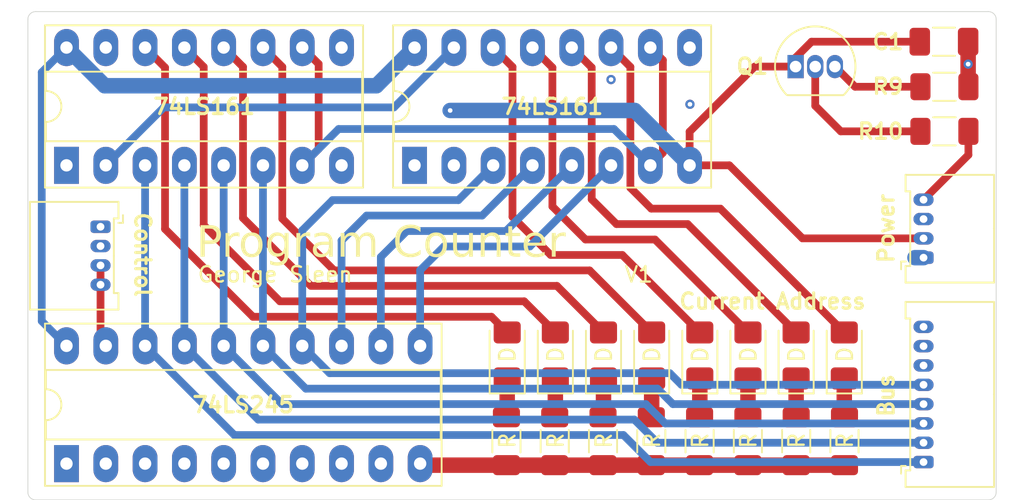
<source format=kicad_pcb>
(kicad_pcb (version 20240108) (generator "pcbnew") (generator_version "8.0")
  (layers (0 "F.Cu" signal) (1 "In1.Cu" signal) (2 "In2.Cu" signal) (31 "B.Cu" signal) (34 "B.Paste" user) (35 "F.Paste" user) (36 "B.SilkS" user "B.Silkscreen") (37 "F.SilkS" user "F.Silkscreen") (38 "B.Mask" user) (39 "F.Mask" user) (44 "Edge.Cuts" user))
  (net 0 "")
  (net 1 "Net-(D1-K)")
  (net 2 "GNDREF")
  (net 3 "Net-(D2-K)")
  (net 4 "Net-(D3-K)")
  (net 5 "Net-(D4-K)")
  (net 6 "Net-(D5-K)")
  (net 7 "Net-(D6-K)")
  (net 8 "Net-(D7-K)")
  (net 9 "Net-(D8-K)")
  (net 10 "Net-(Q1-C)")
  (net 11 "VCC")
  (net 12 "Net-(Q1-B)")
  (net 13 "/CLR")
  (net 14 "/BUS 1")
  (net 15 "/~{CO}")
  (net 16 "Net-(D8-A)")
  (net 17 "Net-(D1-A)")
  (net 18 "/BUS 5")
  (net 19 "/BUS 0")
  (net 20 "/BUS 4")
  (net 21 "Net-(D2-A)")
  (net 22 "/BUS 7")
  (net 23 "/BUS 2")
  (net 24 "Net-(D5-A)")
  (net 25 "Net-(D4-A)")
  (net 26 "Net-(D6-A)")
  (net 27 "/BUS 6")
  (net 28 "Net-(D3-A)")
  (net 29 "/BUS 3")
  (net 30 "Net-(D7-A)")
  (net 31 "Net-(U1-CP)")
  (net 32 "/CE")
  (net 34 "/~{J}")
  (net 35 "/CLK")
  (footprint "Resistor_SMD:R_1206_3216Metric_Pad1.30x1.75mm_HandSolder" (layer "F.Cu") (at 138.88082 88.8 -90)
    (property "Reference" "R3" (hide yes))
    (property "Value" "220")
    (fp_line (start -0.727064 0.91) (end 0.727064 0.91) (stroke (width 0.12)) (layer "F.SilkS"))
    (fp_line (start -0.727064 -0.91) (end 0.727064 -0.91) (stroke (width 0.12)) (layer "F.SilkS"))
    (pad "1" smd roundrect (at -1.55 0 270) (size 1.3 1.75) (layers "F.Cu" "F.Paste" "F.Mask") (roundrect_rratio 0.192308) (net 4 "Net-(D3-K)"))
    (pad "2" smd roundrect (at 1.55 0 270) (size 1.3 1.75) (layers "F.Cu" "F.Paste" "F.Mask") (roundrect_rratio 0.192308) (net 2 "GNDREF"))
  )
  (footprint "Connector_Molex:Molex_PicoBlade_53048-0410_1x04_P1.25mm_Horizontal" (layer "F.Cu") (at 159.6 76.925 90)
    (property "Reference" "J2" (hide yes))
    (property "Value" "Power")
    (fp_line (start -0.25 -1.45) (end -0.75 -1.45) (stroke (width 0.12)) (layer "F.SilkS"))
    (fp_line (start 5.36 -1.16) (end 5.36 4.56) (stroke (width 0.12)) (layer "F.SilkS"))
    (fp_line (start 4.29 -1.16) (end 5.36 -1.16) (stroke (width 0.12)) (layer "F.SilkS"))
    (fp_line (start -0.54 -1.16) (end -1.61 -1.16) (stroke (width 0.12)) (layer "F.SilkS"))
    (fp_line (start -1.61 -1.16) (end -1.61 4.56) (stroke (width 0.12)) (layer "F.SilkS"))
    (fp_line (start -0.25 -1.15) (end -0.25 -1.45) (stroke (width 0.12)) (layer "F.SilkS"))
    (fp_line (start 4.29 -0.86) (end 4.29 -1.16) (stroke (width 0.12)) (layer "F.SilkS"))
    (fp_line (start 1.875 -0.86) (end 4.29 -0.86) (stroke (width 0.12)) (layer "F.SilkS"))
    (fp_line (start 1.875 -0.86) (end -0.54 -0.86) (stroke (width 0.12)) (layer "F.SilkS"))
    (fp_line (start -0.54 -0.86) (end -0.54 -1.16) (stroke (width 0.12)) (layer "F.SilkS"))
    (fp_line (start 5.36 4.56) (end 1.875 4.56) (stroke (width 0.12)) (layer "F.SilkS"))
    (fp_line (start -1.61 4.56) (end 1.875 4.56) (stroke (width 0.12)) (layer "F.SilkS"))
    (pad "1" thru_hole roundrect (at 0 0 90) (size 0.8 1.3) (drill 0.5) (layers "*.Cu" "*.Mask") (net 11 "VCC"))
    (pad "2" thru_hole oval (at 1.25 0 90) (size 0.8 1.3) (drill 0.5) (layers "*.Cu" "*.Mask") (net 2 "GNDREF"))
    (pad "3" thru_hole oval (at 2.5 0 90) (size 0.8 1.3) (drill 0.5) (layers "*.Cu" "*.Mask") (net 35 "/CLK"))
    (pad "4" thru_hole oval (at 3.75 0 90) (size 0.8 1.3) (drill 0.5) (layers "*.Cu" "*.Mask") (net 13 "/CLR"))
  )
  (footprint "LED_SMD:LED_1206_3216Metric_Pad1.42x1.75mm_HandSolder" (layer "F.Cu") (at 151.36429 83.25 90)
    (property "Reference" "D7" (hide yes))
    (property "Value" "~")
    (fp_line (start 1.6 -1.135) (end -2.46 -1.135) (stroke (width 0.12)) (layer "F.SilkS"))
    (fp_line (start -2.46 -1.135) (end -2.46 1.135) (stroke (width 0.12)) (layer "F.SilkS"))
    (fp_line (start -2.46 1.135) (end 1.6 1.135) (stroke (width 0.12)) (layer "F.SilkS"))
    (pad "1" smd roundrect (at -1.4875 0 90) (size 1.425 1.75) (layers "F.Cu" "F.Paste" "F.Mask") (roundrect_rratio 0.175439) (net 8 "Net-(D7-K)"))
    (pad "2" smd roundrect (at 1.4875 0 90) (size 1.425 1.75) (layers "F.Cu" "F.Paste" "F.Mask") (roundrect_rratio 0.175439) (net 30 "Net-(D7-A)"))
  )
  (footprint "LED_SMD:LED_1206_3216Metric_Pad1.42x1.75mm_HandSolder" (layer "F.Cu") (at 142.025719 83.25 90)
    (property "Reference" "D4" (hide yes))
    (property "Value" "~")
    (fp_line (start 1.6 -1.135) (end -2.46 -1.135) (stroke (width 0.12)) (layer "F.SilkS"))
    (fp_line (start -2.46 -1.135) (end -2.46 1.135) (stroke (width 0.12)) (layer "F.SilkS"))
    (fp_line (start -2.46 1.135) (end 1.6 1.135) (stroke (width 0.12)) (layer "F.SilkS"))
    (pad "1" smd roundrect (at -1.4875 0 90) (size 1.425 1.75) (layers "F.Cu" "F.Paste" "F.Mask") (roundrect_rratio 0.175439) (net 5 "Net-(D4-K)"))
    (pad "2" smd roundrect (at 1.4875 0 90) (size 1.425 1.75) (layers "F.Cu" "F.Paste" "F.Mask") (roundrect_rratio 0.175439) (net 25 "Net-(D4-A)"))
  )
  (footprint "LED_SMD:LED_1206_3216Metric_Pad1.42x1.75mm_HandSolder" (layer "F.Cu") (at 132.687148 83.25 90)
    (property "Reference" "D1" (hide yes))
    (property "Value" "~")
    (fp_line (start 1.6 -1.135) (end -2.46 -1.135) (stroke (width 0.12)) (layer "F.SilkS"))
    (fp_line (start -2.46 -1.135) (end -2.46 1.135) (stroke (width 0.12)) (layer "F.SilkS"))
    (fp_line (start -2.46 1.135) (end 1.6 1.135) (stroke (width 0.12)) (layer "F.SilkS"))
    (pad "1" smd roundrect (at -1.4875 0 90) (size 1.425 1.75) (layers "F.Cu" "F.Paste" "F.Mask") (roundrect_rratio 0.175439) (net 1 "Net-(D1-K)"))
    (pad "2" smd roundrect (at 1.4875 0 90) (size 1.425 1.75) (layers "F.Cu" "F.Paste" "F.Mask") (roundrect_rratio 0.175439) (net 17 "Net-(D1-A)"))
  )
  (footprint "Resistor_SMD:R_1206_3216Metric_Pad1.30x1.75mm_HandSolder" (layer "F.Cu") (at 132.637148 88.8 -90)
    (property "Reference" "R1" (hide yes))
    (property "Value" "220")
    (fp_line (start -0.727064 0.91) (end 0.727064 0.91) (stroke (width 0.12)) (layer "F.SilkS"))
    (fp_line (start -0.727064 -0.91) (end 0.727064 -0.91) (stroke (width 0.12)) (layer "F.SilkS"))
    (pad "1" smd roundrect (at -1.55 0 270) (size 1.3 1.75) (layers "F.Cu" "F.Paste" "F.Mask") (roundrect_rratio 0.192308) (net 1 "Net-(D1-K)"))
    (pad "2" smd roundrect (at 1.55 0 270) (size 1.3 1.75) (layers "F.Cu" "F.Paste" "F.Mask") (roundrect_rratio 0.192308) (net 2 "GNDREF"))
  )
  (footprint "Capacitor_SMD:C_1206_3216Metric_Pad1.33x1.80mm_HandSolder" (layer "F.Cu") (at 160.92 62.95 180)
    (property "Reference" "C1" (at 3.62 -0.01 0) (layer "F.SilkS") (effects (font (thickness 0.2) (bold yes))))
    (property "Value" "0.1uF")
    (fp_line (start -0.711252 0.91) (end 0.711252 0.91) (stroke (width 0.12)) (layer "F.SilkS"))
    (fp_line (start -0.711252 -0.91) (end 0.711252 -0.91) (stroke (width 0.12)) (layer "F.SilkS"))
    (pad "1" smd roundrect (at -1.5625 0 180) (size 1.325 1.8) (layers "F.Cu" "F.Paste" "F.Mask") (roundrect_rratio 0.188679) (net 11 "VCC"))
    (pad "2" smd roundrect (at 1.5625 0 180) (size 1.325 1.8) (layers "F.Cu" "F.Paste" "F.Mask") (roundrect_rratio 0.188679) (net 2 "GNDREF"))
  )
  (footprint "Resistor_SMD:R_1206_3216Metric_Pad1.30x1.75mm_HandSolder" (layer "F.Cu") (at 154.49 88.8 -90)
    (property "Reference" "R8" (hide yes))
    (property "Value" "220")
    (fp_line (start -0.727064 0.91) (end 0.727064 0.91) (stroke (width 0.12)) (layer "F.SilkS"))
    (fp_line (start -0.727064 -0.91) (end 0.727064 -0.91) (stroke (width 0.12)) (layer "F.SilkS"))
    (pad "1" smd roundrect (at -1.55 0 270) (size 1.3 1.75) (layers "F.Cu" "F.Paste" "F.Mask") (roundrect_rratio 0.192308) (net 9 "Net-(D8-K)"))
    (pad "2" smd roundrect (at 1.55 0 270) (size 1.3 1.75) (layers "F.Cu" "F.Paste" "F.Mask") (roundrect_rratio 0.192308) (net 2 "GNDREF"))
  )
  (footprint "Connector_Molex:Molex_PicoBlade_53048-0410_1x04_P1.25mm_Horizontal" (layer "F.Cu") (at 106.4 74.925 -90)
    (property "Reference" "J3" (hide yes))
    (property "Value" "Control")
    (fp_line (start -1.61 4.56) (end 1.875 4.56) (stroke (width 0.12)) (layer "F.SilkS"))
    (fp_line (start 5.36 4.56) (end 1.875 4.56) (stroke (width 0.12)) (layer "F.SilkS"))
    (fp_line (start -0.54 -0.86) (end -0.54 -1.16) (stroke (width 0.12)) (layer "F.SilkS"))
    (fp_line (start 1.875 -0.86) (end -0.54 -0.86) (stroke (width 0.12)) (layer "F.SilkS"))
    (fp_line (start 1.875 -0.86) (end 4.29 -0.86) (stroke (width 0.12)) (layer "F.SilkS"))
    (fp_line (start 4.29 -0.86) (end 4.29 -1.16) (stroke (width 0.12)) (layer "F.SilkS"))
    (fp_line (start -0.25 -1.15) (end -0.25 -1.45) (stroke (width 0.12)) (layer "F.SilkS"))
    (fp_line (start -1.61 -1.16) (end -1.61 4.56) (stroke (width 0.12)) (layer "F.SilkS"))
    (fp_line (start -0.54 -1.16) (end -1.61 -1.16) (stroke (width 0.12)) (layer "F.SilkS"))
    (fp_line (start 4.29 -1.16) (end 5.36 -1.16) (stroke (width 0.12)) (layer "F.SilkS"))
    (fp_line (start 5.36 -1.16) (end 5.36 4.56) (stroke (width 0.12)) (layer "F.SilkS"))
    (fp_line (start -0.25 -1.45) (end -0.75 -1.45) (stroke (width 0.12)) (layer "F.SilkS"))
    (pad "1" thru_hole roundrect (at 0 0 270) (size 0.8 1.3) (drill 0.5) (layers "*.Cu" "*.Mask") (net 34 "/~{J}"))
    (pad "2" thru_hole oval (at 1.25 0 270) (size 0.8 1.3) (drill 0.5) (layers "*.Cu" "*.Mask") (net 32 "/CE"))
    (pad "3" thru_hole oval (at 2.5 0 270) (size 0.8 1.3) (drill 0.5) (layers "*.Cu" "*.Mask") (net 15 "/~{CO}"))
    (pad "4" thru_hole oval (at 3.75 0 270) (size 0.8 1.3) (drill 0.5) (layers "*.Cu" "*.Mask") (net 15 "/~{CO}"))
  )
  (footprint "Package_DIP:DIP-16_W7.62mm_Socket_LongPads" (layer "F.Cu") (at 126.7 70.95 90)
    (property "Reference" "U2" (hide yes))
    (property "Value" "74LS161")
    (fp_line (start 9.06 -1.39) (end -1.44 -1.39) (stroke (width 0.12)) (layer "F.SilkS"))
    (fp_line (start -1.44 -1.39) (end -1.44 19.17) (stroke (width 0.12)) (layer "F.SilkS"))
    (fp_line (start 6.06 -1.33) (end 4.81 -1.33) (stroke (width 0.12)) (layer "F.SilkS"))
    (fp_line (start 2.81 -1.33) (end 1.56 -1.33) (stroke (width 0.12)) (layer "F.SilkS"))
    (fp_line (start 1.56 -1.33) (end 1.56 19.11) (stroke (width 0.12)) (layer "F.SilkS"))
    (fp_line (start 6.06 19.11) (end 6.06 -1.33) (stroke (width 0.12)) (layer "F.SilkS"))
    (fp_line (start 1.56 19.11) (end 6.06 19.11) (stroke (width 0.12)) (layer "F.SilkS"))
    (fp_line (start 9.06 19.17) (end 9.06 -1.39) (stroke (width 0.12)) (layer "F.SilkS"))
    (fp_line (start -1.44 19.17) (end 9.06 19.17) (stroke (width 0.12)) (layer "F.SilkS"))
    (fp_arc (start 4.81 -1.33) (mid 3.81 -0.33) (end 2.81 -1.33) (stroke (width 0.12)) (layer "F.SilkS"))
    (pad "1" thru_hole rect (at 0 0 90) (size 2.4 1.6) (drill 0.8) (layers "*.Cu" "*.Mask") (net 10 "Net-(Q1-C)"))
    (pad "2" thru_hole oval (at 0 2.54 90) (size 2.4 1.6) (drill 0.8) (layers "*.Cu" "*.Mask") (net 35 "/CLK"))
    (pad "3" thru_hole oval (at 0 5.08 90) (size 2.4 1.6) (drill 0.8) (layers "*.Cu" "*.Mask") (net 29 "/BUS 3"))
    (pad "4" thru_hole oval (at 0 7.62 90) (size 2.4 1.6) (drill 0.8) (layers "*.Cu" "*.Mask") (net 23 "/BUS 2"))
    (pad "5" thru_hole oval (at 0 10.16 90) (size 2.4 1.6) (drill 0.8) (layers "*.Cu" "*.Mask") (net 14 "/BUS 1"))
    (pad "6" thru_hole oval (at 0 12.7 90) (size 2.4 1.6) (drill 0.8) (layers "*.Cu" "*.Mask") (net 19 "/BUS 0"))
    (pad "7" thru_hole oval (at 0 15.24 90) (size 2.4 1.6) (drill 0.8) (layers "*.Cu" "*.Mask") (net 32 "/CE"))
    (pad "8" thru_hole oval (at 0 17.78 90) (size 2.4 1.6) (drill 0.8) (layers "*.Cu" "*.Mask") (net 2 "GNDREF"))
    (pad "9" thru_hole oval (at 7.62 17.78 90) (size 2.4 1.6) (drill 0.8) (layers "*.Cu" "*.Mask") (net 34 "/~{J}"))
    (pad "10" thru_hole oval (at 7.62 15.24 90) (size 2.4 1.6) (drill 0.8) (layers "*.Cu" "*.Mask") (net 32 "/CE"))
    (pad "11" thru_hole oval (at 7.62 12.7 90) (size 2.4 1.6) (drill 0.8) (layers "*.Cu" "*.Mask") (net 16 "Net-(D8-A)"))
    (pad "12" thru_hole oval (at 7.62 10.16 90) (size 2.4 1.6) (drill 0.8) (layers "*.Cu" "*.Mask") (net 30 "Net-(D7-A)"))
    (pad "13" thru_hole oval (at 7.62 7.62 90) (size 2.4 1.6) (drill 0.8) (layers "*.Cu" "*.Mask") (net 26 "Net-(D6-A)"))
    (pad "14" thru_hole oval (at 7.62 5.08 90) (size 2.4 1.6) (drill 0.8) (layers "*.Cu" "*.Mask") (net 24 "Net-(D5-A)"))
    (pad "15" thru_hole oval (at 7.62 2.54 90) (size 2.4 1.6) (drill 0.8) (layers "*.Cu" "*.Mask") (net 31 "Net-(U1-CP)"))
    (pad "16" thru_hole oval (at 7.62 0 90) (size 2.4 1.6) (drill 0.8) (layers "*.Cu" "*.Mask") (net 11 "VCC"))
  )
  (footprint "Resistor_SMD:R_1206_3216Metric_Pad1.30x1.75mm_HandSolder" (layer "F.Cu") (at 160.95 65.865 180)
    (property "Reference" "R9" (at 3.65 0.015 0) (layer "F.SilkS") (effects (font (thickness 0.2) (bold yes))))
    (property "Value" "1k")
    (fp_line (start -0.727064 0.91) (end 0.727064 0.91) (stroke (width 0.12)) (layer "F.SilkS"))
    (fp_line (start -0.727064 -0.91) (end 0.727064 -0.91) (stroke (width 0.12)) (layer "F.SilkS"))
    (pad "1" smd roundrect (at -1.55 0 180) (size 1.3 1.75) (layers "F.Cu" "F.Paste" "F.Mask") (roundrect_rratio 0.192308) (net 11 "VCC"))
    (pad "2" smd roundrect (at 1.55 0 180) (size 1.3 1.75) (layers "F.Cu" "F.Paste" "F.Mask") (roundrect_rratio 0.192308) (net 10 "Net-(Q1-C)"))
  )
  (footprint "LED_SMD:LED_1206_3216Metric_Pad1.42x1.75mm_HandSolder" (layer "F.Cu") (at 135.800005 83.25 90)
    (property "Reference" "D2" (hide yes))
    (property "Value" "~")
    (fp_line (start 1.6 -1.135) (end -2.46 -1.135) (stroke (width 0.12)) (layer "F.SilkS"))
    (fp_line (start -2.46 -1.135) (end -2.46 1.135) (stroke (width 0.12)) (layer "F.SilkS"))
    (fp_line (start -2.46 1.135) (end 1.6 1.135) (stroke (width 0.12)) (layer "F.SilkS"))
    (pad "1" smd roundrect (at -1.4875 0 90) (size 1.425 1.75) (layers "F.Cu" "F.Paste" "F.Mask") (roundrect_rratio 0.175439) (net 3 "Net-(D2-K)"))
    (pad "2" smd roundrect (at 1.4875 0 90) (size 1.425 1.75) (layers "F.Cu" "F.Paste" "F.Mask") (roundrect_rratio 0.175439) (net 21 "Net-(D2-A)"))
  )
  (footprint "Resistor_SMD:R_1206_3216Metric_Pad1.30x1.75mm_HandSolder" (layer "F.Cu") (at 142.002656 88.8 -90)
    (property "Reference" "R4" (hide yes))
    (property "Value" "220")
    (fp_line (start -0.727064 0.91) (end 0.727064 0.91) (stroke (width 0.12)) (layer "F.SilkS"))
    (fp_line (start -0.727064 -0.91) (end 0.727064 -0.91) (stroke (width 0.12)) (layer "F.SilkS"))
    (pad "1" smd roundrect (at -1.55 0 270) (size 1.3 1.75) (layers "F.Cu" "F.Paste" "F.Mask") (roundrect_rratio 0.192308) (net 5 "Net-(D4-K)"))
    (pad "2" smd roundrect (at 1.55 0 270) (size 1.3 1.75) (layers "F.Cu" "F.Paste" "F.Mask") (roundrect_rratio 0.192308) (net 2 "GNDREF"))
  )
  (footprint "LED_SMD:LED_1206_3216Metric_Pad1.42x1.75mm_HandSolder" (layer "F.Cu") (at 148.251433 83.25 90)
    (property "Reference" "D6" (hide yes))
    (property "Value" "~")
    (fp_line (start 1.6 -1.135) (end -2.46 -1.135) (stroke (width 0.12)) (layer "F.SilkS"))
    (fp_line (start -2.46 -1.135) (end -2.46 1.135) (stroke (width 0.12)) (layer "F.SilkS"))
    (fp_line (start -2.46 1.135) (end 1.6 1.135) (stroke (width 0.12)) (layer "F.SilkS"))
    (pad "1" smd roundrect (at -1.4875 0 90) (size 1.425 1.75) (layers "F.Cu" "F.Paste" "F.Mask") (roundrect_rratio 0.175439) (net 7 "Net-(D6-K)"))
    (pad "2" smd roundrect (at 1.4875 0 90) (size 1.425 1.75) (layers "F.Cu" "F.Paste" "F.Mask") (roundrect_rratio 0.175439) (net 26 "Net-(D6-A)"))
  )
  (footprint "LED_SMD:LED_1206_3216Metric_Pad1.42x1.75mm_HandSolder" (layer "F.Cu") (at 154.477148 83.25 90)
    (property "Reference" "D8" (hide yes))
    (property "Value" "~")
    (fp_line (start 1.6 -1.135) (end -2.46 -1.135) (stroke (width 0.12)) (layer "F.SilkS"))
    (fp_line (start -2.46 -1.135) (end -2.46 1.135) (stroke (width 0.12)) (layer "F.SilkS"))
    (fp_line (start -2.46 1.135) (end 1.6 1.135) (stroke (width 0.12)) (layer "F.SilkS"))
    (pad "1" smd roundrect (at -1.4875 0 90) (size 1.425 1.75) (layers "F.Cu" "F.Paste" "F.Mask") (roundrect_rratio 0.175439) (net 9 "Net-(D8-K)"))
    (pad "2" smd roundrect (at 1.4875 0 90) (size 1.425 1.75) (layers "F.Cu" "F.Paste" "F.Mask") (roundrect_rratio 0.175439) (net 16 "Net-(D8-A)"))
  )
  (footprint "Resistor_SMD:R_1206_3216Metric_Pad1.30x1.75mm_HandSolder" (layer "F.Cu") (at 148.246328 88.8 -90)
    (property "Reference" "R6" (hide yes))
    (property "Value" "220")
    (fp_line (start -0.727064 0.91) (end 0.727064 0.91) (stroke (width 0.12)) (layer "F.SilkS"))
    (fp_line (start -0.727064 -0.91) (end 0.727064 -0.91) (stroke (width 0.12)) (layer "F.SilkS"))
    (pad "1" smd roundrect (at -1.55 0 270) (size 1.3 1.75) (layers "F.Cu" "F.Paste" "F.Mask") (roundrect_rratio 0.192308) (net 7 "Net-(D6-K)"))
    (pad "2" smd roundrect (at 1.55 0 270) (size 1.3 1.75) (layers "F.Cu" "F.Paste" "F.Mask") (roundrect_rratio 0.192308) (net 2 "GNDREF"))
  )
  (footprint "Resistor_SMD:R_1206_3216Metric_Pad1.30x1.75mm_HandSolder" (layer "F.Cu") (at 145.124492 88.8 -90)
    (property "Reference" "R5" (hide yes))
    (property "Value" "220")
    (fp_line (start -0.727064 0.91) (end 0.727064 0.91) (stroke (width 0.12)) (layer "F.SilkS"))
    (fp_line (start -0.727064 -0.91) (end 0.727064 -0.91) (stroke (width 0.12)) (layer "F.SilkS"))
    (pad "1" smd roundrect (at -1.55 0 270) (size 1.3 1.75) (layers "F.Cu" "F.Paste" "F.Mask") (roundrect_rratio 0.192308) (net 6 "Net-(D5-K)"))
    (pad "2" smd roundrect (at 1.55 0 270) (size 1.3 1.75) (layers "F.Cu" "F.Paste" "F.Mask") (roundrect_rratio 0.192308) (net 2 "GNDREF"))
  )
  (footprint "Package_TO_SOT_THT:TO-92_Inline" (layer "F.Cu") (at 151.33 64.56)
    (property "Reference" "Q1" (hide yes))
    (property "Value" "2N3904")
    (fp_line (start -0.53 1.85) (end 3.07 1.85) (stroke (width 0.12)) (layer "F.SilkS"))
    (fp_arc (start -0.568478 1.838478) (mid -1.132087 -0.994977) (end 1.27 -2.6) (stroke (width 0.12)) (layer "F.SilkS"))
    (fp_arc (start 1.27 -2.6) (mid 3.672087 -0.994977) (end 3.108478 1.838478) (stroke (width 0.12)) (layer "F.SilkS"))
    (pad "1" thru_hole rect (at 0 0) (size 1.05 1.5) (drill 0.75) (layers "*.Cu" "*.Mask") (net 2 "GNDREF"))
    (pad "2" thru_hole oval (at 1.27 0) (size 1.05 1.5) (drill 0.75) (layers "*.Cu" "*.Mask") (net 12 "Net-(Q1-B)"))
    (pad "3" thru_hole oval (at 2.54 0) (size 1.05 1.5) (drill 0.75) (layers "*.Cu" "*.Mask") (net 10 "Net-(Q1-C)"))
  )
  (footprint "LED_SMD:LED_1206_3216Metric_Pad1.42x1.75mm_HandSolder" (layer "F.Cu") (at 145.138576 83.25 90)
    (property "Reference" "D5" (hide yes))
    (property "Value" "~")
    (fp_line (start 1.6 -1.135) (end -2.46 -1.135) (stroke (width 0.12)) (layer "F.SilkS"))
    (fp_line (start -2.46 -1.135) (end -2.46 1.135) (stroke (width 0.12)) (layer "F.SilkS"))
    (fp_line (start -2.46 1.135) (end 1.6 1.135) (stroke (width 0.12)) (layer "F.SilkS"))
    (pad "1" smd roundrect (at -1.4875 0 90) (size 1.425 1.75) (layers "F.Cu" "F.Paste" "F.Mask") (roundrect_rratio 0.175439) (net 6 "Net-(D5-K)"))
    (pad "2" smd roundrect (at 1.4875 0 90) (size 1.425 1.75) (layers "F.Cu" "F.Paste" "F.Mask") (roundrect_rratio 0.175439) (net 24 "Net-(D5-A)"))
  )
  (footprint "Package_DIP:DIP-16_W7.62mm_Socket_LongPads" (layer "F.Cu") (at 104.2 70.95 90)
    (property "Reference" "U1" (hide yes))
    (property "Value" "74LS161")
    (fp_line (start 9.06 -1.39) (end -1.44 -1.39) (stroke (width 0.12)) (layer "F.SilkS"))
    (fp_line (start -1.44 -1.39) (end -1.44 19.17) (stroke (width 0.12)) (layer "F.SilkS"))
    (fp_line (start 6.06 -1.33) (end 4.81 -1.33) (stroke (width 0.12)) (layer "F.SilkS"))
    (fp_line (start 2.81 -1.33) (end 1.56 -1.33) (stroke (width 0.12)) (layer "F.SilkS"))
    (fp_line (start 1.56 -1.33) (end 1.56 19.11) (stroke (width 0.12)) (layer "F.SilkS"))
    (fp_line (start 6.06 19.11) (end 6.06 -1.33) (stroke (width 0.12)) (layer "F.SilkS"))
    (fp_line (start 1.56 19.11) (end 6.06 19.11) (stroke (width 0.12)) (layer "F.SilkS"))
    (fp_line (start 9.06 19.17) (end 9.06 -1.39) (stroke (width 0.12)) (layer "F.SilkS"))
    (fp_line (start -1.44 19.17) (end 9.06 19.17) (stroke (width 0.12)) (layer "F.SilkS"))
    (fp_arc (start 4.81 -1.33) (mid 3.81 -0.33) (end 2.81 -1.33) (stroke (width 0.12)) (layer "F.SilkS"))
    (pad "1" thru_hole rect (at 0 0 90) (size 2.4 1.6) (drill 0.8) (layers "*.Cu" "*.Mask") (net 10 "Net-(Q1-C)"))
    (pad "2" thru_hole oval (at 0 2.54 90) (size 2.4 1.6) (drill 0.8) (layers "*.Cu" "*.Mask") (net 31 "Net-(U1-CP)"))
    (pad "3" thru_hole oval (at 0 5.08 90) (size 2.4 1.6) (drill 0.8) (layers "*.Cu" "*.Mask") (net 22 "/BUS 7"))
    (pad "4" thru_hole oval (at 0 7.62 90) (size 2.4 1.6) (drill 0.8) (layers "*.Cu" "*.Mask") (net 27 "/BUS 6"))
    (pad "5" thru_hole oval (at 0 10.16 90) (size 2.4 1.6) (drill 0.8) (layers "*.Cu" "*.Mask") (net 18 "/BUS 5"))
    (pad "6" thru_hole oval (at 0 12.7 90) (size 2.4 1.6) (drill 0.8) (layers "*.Cu" "*.Mask") (net 20 "/BUS 4"))
    (pad "7" thru_hole oval (at 0 15.24 90) (size 2.4 1.6) (drill 0.8) (layers "*.Cu" "*.Mask") (net 32 "/CE"))
    (pad "8" thru_hole oval (at 0 17.78 90) (size 2.4 1.6) (drill 0.8) (layers "*.Cu" "*.Mask") (net 2 "GNDREF"))
    (pad "9" thru_hole oval (at 7.62 17.78 90) (size 2.4 1.6) (drill 0.8) (layers "*.Cu" "*.Mask") (net 34 "/~{J}"))
    (pad "10" thru_hole oval (at 7.62 15.24 90) (size 2.4 1.6) (drill 0.8) (layers "*.Cu" "*.Mask") (net 32 "/CE"))
    (pad "11" thru_hole oval (at 7.62 12.7 90) (size 2.4 1.6) (drill 0.8) (layers "*.Cu" "*.Mask") (net 25 "Net-(D4-A)"))
    (pad "12" thru_hole oval (at 7.62 10.16 90) (size 2.4 1.6) (drill 0.8) (layers "*.Cu" "*.Mask") (net 28 "Net-(D3-A)"))
    (pad "13" thru_hole oval (at 7.62 7.62 90) (size 2.4 1.6) (drill 0.8) (layers "*.Cu" "*.Mask") (net 21 "Net-(D2-A)"))
    (pad "14" thru_hole oval (at 7.62 5.08 90) (size 2.4 1.6) (drill 0.8) (layers "*.Cu" "*.Mask") (net 17 "Net-(D1-A)"))
    (pad "15" thru_hole oval (at 7.62 2.54 90) (size 2.4 1.6) (drill 0.8) (layers "*.Cu" "*.Mask"))
    (pad "16" thru_hole oval (at 7.62 0 90) (size 2.4 1.6) (drill 0.8) (layers "*.Cu" "*.Mask") (net 11 "VCC"))
  )
  (footprint "Package_DIP:DIP-20_W7.62mm_Socket_LongPads" (layer "F.Cu") (at 104.2 90.25 90)
    (property "Reference" "U3" (hide yes))
    (property "Value" "74LS245")
    (fp_line (start 9.06 -1.39) (end -1.44 -1.39) (stroke (width 0.12)) (layer "F.SilkS"))
    (fp_line (start -1.44 -1.39) (end -1.44 24.25) (stroke (width 0.12)) (layer "F.SilkS"))
    (fp_line (start 6.06 -1.33) (end 4.81 -1.33) (stroke (width 0.12)) (layer "F.SilkS"))
    (fp_line (start 2.81 -1.33) (end 1.56 -1.33) (stroke (width 0.12)) (layer "F.SilkS"))
    (fp_line (start 1.56 -1.33) (end 1.56 24.19) (stroke (width 0.12)) (layer "F.SilkS"))
    (fp_line (start 6.06 24.19) (end 6.06 -1.33) (stroke (width 0.12)) (layer "F.SilkS"))
    (fp_line (start 1.56 24.19) (end 6.06 24.19) (stroke (width 0.12)) (layer "F.SilkS"))
    (fp_line (start 9.06 24.25) (end 9.06 -1.39) (stroke (width 0.12)) (layer "F.SilkS"))
    (fp_line (start -1.44 24.25) (end 9.06 24.25) (stroke (width 0.12)) (layer "F.SilkS"))
    (fp_arc (start 4.81 -1.33) (mid 3.81 -0.33) (end 2.81 -1.33) (stroke (width 0.12)) (layer "F.SilkS"))
    (pad "1" thru_hole rect (at 0 0 90) (size 2.4 1.6) (drill 0.8) (layers "*.Cu" "*.Mask") (net 11 "VCC"))
    (pad "2" thru_hole oval (at 0 2.54 90) (size 2.4 1.6) (drill 0.8) (layers "*.Cu" "*.Mask") (net 17 "Net-(D1-A)"))
    (pad "3" thru_hole oval (at 0 5.08 90) (size 2.4 1.6) (drill 0.8) (layers "*.Cu" "*.Mask") (net 21 "Net-(D2-A)"))
    (pad "4" thru_hole oval (at 0 7.62 90) (size 2.4 1.6) (drill 0.8) (layers "*.Cu" "*.Mask") (net 28 "Net-(D3-A)"))
    (pad "5" thru_hole oval (at 0 10.16 90) (size 2.4 1.6) (drill 0.8) (layers "*.Cu" "*.Mask") (net 25 "Net-(D4-A)"))
    (pad "6" thru_hole oval (at 0 12.7 90) (size 2.4 1.6) (drill 0.8) (layers "*.Cu" "*.Mask") (net 24 "Net-(D5-A)"))
    (pad "7" thru_hole oval (at 0 15.24 90) (size 2.4 1.6) (drill 0.8) (layers "*.Cu" "*.Mask") (net 26 "Net-(D6-A)"))
    (pad "8" thru_hole oval (at 0 17.78 90) (size 2.4 1.6) (drill 0.8) (layers "*.Cu" "*.Mask") (net 30 "Net-(D7-A)"))
    (pad "9" thru_hole oval (at 0 20.32 90) (size 2.4 1.6) (drill 0.8) (layers "*.Cu" "*.Mask") (net 16 "Net-(D8-A)"))
    (pad "10" thru_hole oval (at 0 22.86 90) (size 2.4 1.6) (drill 0.8) (layers "*.Cu" "*.Mask") (net 2 "GNDREF"))
    (pad "11" thru_hole oval (at 7.62 22.86 90) (size 2.4 1.6) (drill 0.8) (layers "*.Cu" "*.Mask") (net 19 "/BUS 0"))
    (pad "12" thru_hole oval (at 7.62 20.32 90) (size 2.4 1.6) (drill 0.8) (layers "*.Cu" "*.Mask") (net 14 "/BUS 1"))
    (pad "13" thru_hole oval (at 7.62 17.78 90) (size 2.4 1.6) (drill 0.8) (layers "*.Cu" "*.Mask") (net 23 "/BUS 2"))
    (pad "14" thru_hole oval (at 7.62 15.24 90) (size 2.4 1.6) (drill 0.8) (layers "*.Cu" "*.Mask") (net 29 "/BUS 3"))
    (pad "15" thru_hole oval (at 7.62 12.7 90) (size 2.4 1.6) (drill 0.8) (layers "*.Cu" "*.Mask") (net 20 "/BUS 4"))
    (pad "16" thru_hole oval (at 7.62 10.16 90) (size 2.4 1.6) (drill 0.8) (layers "*.Cu" "*.Mask") (net 18 "/BUS 5"))
    (pad "17" thru_hole oval (at 7.62 7.62 90) (size 2.4 1.6) (drill 0.8) (layers "*.Cu" "*.Mask") (net 27 "/BUS 6"))
    (pad "18" thru_hole oval (at 7.62 5.08 90) (size 2.4 1.6) (drill 0.8) (layers "*.Cu" "*.Mask") (net 22 "/BUS 7"))
    (pad "19" thru_hole oval (at 7.62 2.54 90) (size 2.4 1.6) (drill 0.8) (layers "*.Cu" "*.Mask") (net 15 "/~{CO}"))
    (pad "20" thru_hole oval (at 7.62 0 90) (size 2.4 1.6) (drill 0.8) (layers "*.Cu" "*.Mask") (net 11 "VCC"))
  )
  (footprint "Resistor_SMD:R_1206_3216Metric_Pad1.30x1.75mm_HandSolder" (layer "F.Cu") (at 160.95 68.75 180)
    (property "Reference" "R10" (at 4.12619 0 0) (layer "F.SilkS") (effects (font (thickness 0.2) (bold yes))))
    (property "Value" "10k")
    (fp_line (start -0.727064 0.91) (end 0.727064 0.91) (stroke (width 0.12)) (layer "F.SilkS"))
    (fp_line (start -0.727064 -0.91) (end 0.727064 -0.91) (stroke (width 0.12)) (layer "F.SilkS"))
    (pad "1" smd roundrect (at -1.55 0 180) (size 1.3 1.75) (layers "F.Cu" "F.Paste" "F.Mask") (roundrect_rratio 0.192308) (net 13 "/CLR"))
    (pad "2" smd roundrect (at 1.55 0 180) (size 1.3 1.75) (layers "F.Cu" "F.Paste" "F.Mask") (roundrect_rratio 0.192308) (net 12 "Net-(Q1-B)"))
  )
  (footprint "Resistor_SMD:R_1206_3216Metric_Pad1.30x1.75mm_HandSolder" (layer "F.Cu") (at 151.368164 88.8 -90)
    (property "Reference" "R7" (hide yes))
    (property "Value" "220")
    (fp_line (start -0.727064 0.91) (end 0.727064 0.91) (stroke (width 0.12)) (layer "F.SilkS"))
    (fp_line (start -0.727064 -0.91) (end 0.727064 -0.91) (stroke (width 0.12)) (layer "F.SilkS"))
    (pad "1" smd roundrect (at -1.55 0 270) (size 1.3 1.75) (layers "F.Cu" "F.Paste" "F.Mask") (roundrect_rratio 0.192308) (net 8 "Net-(D7-K)"))
    (pad "2" smd roundrect (at 1.55 0 270) (size 1.3 1.75) (layers "F.Cu" "F.Paste" "F.Mask") (roundrect_rratio 0.192308) (net 2 "GNDREF"))
  )
  (footprint "Resistor_SMD:R_1206_3216Metric_Pad1.30x1.75mm_HandSolder" (layer "F.Cu") (at 135.758984 88.8 -90)
    (property "Reference" "R2" (hide yes))
    (property "Value" "220")
    (fp_line (start -0.727064 0.91) (end 0.727064 0.91) (stroke (width 0.12)) (layer "F.SilkS"))
    (fp_line (start -0.727064 -0.91) (end 0.727064 -0.91) (stroke (width 0.12)) (layer "F.SilkS"))
    (pad "1" smd roundrect (at -1.55 0 270) (size 1.3 1.75) (layers "F.Cu" "F.Paste" "F.Mask") (roundrect_rratio 0.192308) (net 3 "Net-(D2-K)"))
    (pad "2" smd roundrect (at 1.55 0 270) (size 1.3 1.75) (layers "F.Cu" "F.Paste" "F.Mask") (roundrect_rratio 0.192308) (net 2 "GNDREF"))
  )
  (footprint "LED_SMD:LED_1206_3216Metric_Pad1.42x1.75mm_HandSolder" (layer "F.Cu") (at 138.912862 83.25 90)
    (property "Reference" "D3" (hide yes))
    (property "Value" "~")
    (fp_line (start 1.6 -1.135) (end -2.46 -1.135) (stroke (width 0.12)) (layer "F.SilkS"))
    (fp_line (start -2.46 -1.135) (end -2.46 1.135) (stroke (width 0.12)) (layer "F.SilkS"))
    (fp_line (start -2.46 1.135) (end 1.6 1.135) (stroke (width 0.12)) (layer "F.SilkS"))
    (pad "1" smd roundrect (at -1.4875 0 90) (size 1.425 1.75) (layers "F.Cu" "F.Paste" "F.Mask") (roundrect_rratio 0.175439) (net 4 "Net-(D3-K)"))
    (pad "2" smd roundrect (at 1.4875 0 90) (size 1.425 1.75) (layers "F.Cu" "F.Paste" "F.Mask") (roundrect_rratio 0.175439) (net 28 "Net-(D3-A)"))
  )
  (footprint "Connector_Molex:Molex_PicoBlade_53048-0810_1x08_P1.25mm_Horizontal" (layer "F.Cu") (at 159.6 90.15 90)
    (property "Reference" "J1" (hide yes))
    (property "Value" "Bus")
    (fp_line (start -0.25 -1.45) (end -0.75 -1.45) (stroke (width 0.12)) (layer "F.SilkS"))
    (fp_line (start 10.36 -1.16) (end 10.36 4.56) (stroke (width 0.12)) (layer "F.SilkS"))
    (fp_line (start 9.29 -1.16) (end 10.36 -1.16) (stroke (width 0.12)) (layer "F.SilkS"))
    (fp_line (start -0.54 -1.16) (end -1.61 -1.16) (stroke (width 0.12)) (layer "F.SilkS"))
    (fp_line (start -1.61 -1.16) (end -1.61 4.56) (stroke (width 0.12)) (layer "F.SilkS"))
    (fp_line (start -0.25 -1.15) (end -0.25 -1.45) (stroke (width 0.12)) (layer "F.SilkS"))
    (fp_line (start 9.29 -0.86) (end 9.29 -1.16) (stroke (width 0.12)) (layer "F.SilkS"))
    (fp_line (start 4.375 -0.86) (end 9.29 -0.86) (stroke (width 0.12)) (layer "F.SilkS"))
    (fp_line (start 4.375 -0.86) (end -0.54 -0.86) (stroke (width 0.12)) (layer "F.SilkS"))
    (fp_line (start -0.54 -0.86) (end -0.54 -1.16) (stroke (width 0.12)) (layer "F.SilkS"))
    (fp_line (start 10.36 4.56) (end 4.375 4.56) (stroke (width 0.12)) (layer "F.SilkS"))
    (fp_line (start -1.61 4.56) (end 4.375 4.56) (stroke (width 0.12)) (layer "F.SilkS"))
    (pad "1" thru_hole roundrect (at 0 0 90) (size 0.8 1.3) (drill 0.5) (layers "*.Cu" "*.Mask") (net 22 "/BUS 7"))
    (pad "2" thru_hole oval (at 1.25 0 90) (size 0.8 1.3) (drill 0.5) (layers "*.Cu" "*.Mask") (net 27 "/BUS 6"))
    (pad "3" thru_hole oval (at 2.5 0 90) (size 0.8 1.3) (drill 0.5) (layers "*.Cu" "*.Mask") (net 18 "/BUS 5"))
    (pad "4" thru_hole oval (at 3.75 0 90) (size 0.8 1.3) (drill 0.5) (layers "*.Cu" "*.Mask") (net 20 "/BUS 4"))
    (pad "5" thru_hole oval (at 5 0 90) (size 0.8 1.3) (drill 0.5) (layers "*.Cu" "*.Mask") (net 29 "/BUS 3"))
    (pad "6" thru_hole oval (at 6.25 0 90) (size 0.8 1.3) (drill 0.5) (layers "*.Cu" "*.Mask") (net 23 "/BUS 2"))
    (pad "7" thru_hole oval (at 7.5 0 90) (size 0.8 1.3) (drill 0.5) (layers "*.Cu" "*.Mask") (net 14 "/BUS 1"))
    (pad "8" thru_hole oval (at 8.75 0 90) (size 0.8 1.3) (drill 0.5) (layers "*.Cu" "*.Mask") (net 19 "/BUS 0"))
  )
  (gr_line (start 102.203553 61.003553) (end 163.796447 61.003553) (stroke (width 0.05)) (layer "Edge.Cuts"))
  (gr_arc (start 101.703553 61.503553) (mid 101.85 61.15) (end 102.203553 61.003553) (stroke (width 0.05)) (layer "Edge.Cuts"))
  (gr_arc (start 163.796447 61.003553) (mid 164.15 61.15) (end 164.296447 61.503553) (stroke (width 0.05)) (layer "Edge.Cuts"))
  (gr_arc (start 102.203553 92.596447) (mid 101.85 92.45) (end 101.703553 92.096447) (stroke (width 0.05)) (layer "Edge.Cuts"))
  (gr_line (start 163.796447 92.596447) (end 102.203553 92.596447) (stroke (width 0.05)) (layer "Edge.Cuts"))
  (gr_line (start 164.296447 61.503553) (end 164.296447 92.096447) (stroke (width 0.05)) (layer "Edge.Cuts"))
  (gr_line (start 101.703553 92.096447) (end 101.703553 61.503553) (stroke (width 0.05)) (layer "Edge.Cuts"))
  (gr_arc (start 164.296447 92.096447) (mid 164.15 92.45) (end 163.796447 92.596447) (stroke (width 0.05)) (layer "Edge.Cuts"))
  (gr_text "Q1" (at 148.53 64.55 0) (layer "F.SilkS") (effects (font (size 1 1) (thickness 0.2) (bold yes))))
  (gr_text "Control" (at 108.54 73.885714 270) (layer "F.SilkS") (effects (font (size 1 1) (thickness 0.2)) (justify left bottom)))
  (gr_text "74LS161" (at 135.6 67.15 0) (layer "F.SilkS") (effects (font (size 1 1) (thickness 0.2) (bold yes))))
  (gr_text "Current Address" (at 143.7 80.33 0) (layer "F.SilkS") (effects (font (size 1 1) (thickness 0.2)) (justify left bottom)))
  (gr_text "D" (at 136.405714 83.79 90) (layer "F.SilkS") (effects (font (size 1 1)) (justify left bottom)))
  (gr_text "R" (at 136.405714 89.36 90) (layer "F.SilkS") (effects (font (size 1 1)) (justify left bottom)))
  (gr_text "D" (at 139.521428 83.79 90) (layer "F.SilkS") (effects (font (size 1 1)) (justify left bottom)))
  (gr_text "R" (at 148.86857 89.36 90) (layer "F.SilkS") (effects (font (size 1 1)) (justify left bottom)))
  (gr_text "D" (at 151.984284 83.79 90) (layer "F.SilkS") (effects (font (size 1 1)) (justify left bottom)))
  (gr_text "R" (at 151.984284 89.36 90) (layer "F.SilkS") (effects (font (size 1 1)) (justify left bottom)))
  (gr_text "R" (at 155.1 89.36 90) (layer "F.SilkS") (effects (font (size 1 1)) (justify left bottom)))
  (gr_text "R" (at 133.29 89.36 90) (layer "F.SilkS") (effects (font (size 1 1)) (justify left bottom)))
  (gr_text "D" (at 145.752856 83.79 90) (layer "F.SilkS") (effects (font (size 1 1)) (justify left bottom)))
  (gr_text "74LS161" (at 113.1 67.15 0) (layer "F.SilkS") (effects (font (size 1 1) (thickness 0.2) (bold yes))))
  (gr_text "R" (at 139.521428 89.36 90) (layer "F.SilkS") (effects (font (size 1 1)) (justify left bottom)))
  (gr_text "Program Counter" (at 112.59 77.2 0) (layer "F.SilkS") (effects (font (size 2 2) (thickness 0.1)) (justify left bottom)))
  (gr_text "George Sleen" (at 122.79 78.6 0) (layer "F.SilkS") (effects (font (size 1 1)) (justify right bottom)))
  (gr_text "74LS245" (at 115.625 86.45 0) (layer "F.SilkS") (effects (font (size 1 1) (thickness 0.2) (bold yes))))
  (gr_text "R" (at 145.752856 89.36 90) (layer "F.SilkS") (effects (font (size 1 1)) (justify left bottom)))
  (gr_text "V1" (at 140.19 78.6 0) (layer "F.SilkS") (effects (font (size 1 1)) (justify left bottom)))
  (gr_text "R" (at 142.637142 89.36 90) (layer "F.SilkS") (effects (font (size 1 1)) (justify left bottom)))
  (gr_text "Bus" (at 157.77 87.332143 90) (layer "F.SilkS") (effects (font (size 1 1) (thickness 0.2)) (justify left bottom)))
  (gr_text "D" (at 148.86857 83.79 90) (layer "F.SilkS") (effects (font (size 1 1)) (justify left bottom)))
  (gr_text "D" (at 133.29 83.79 90) (layer "F.SilkS") (effects (font (size 1 1)) (justify left bottom)))
  (gr_text "Power" (at 157.77 77.38 90) (layer "F.SilkS") (effects (font (size 1 1) (thickness 0.2)) (justify left bottom)))
  (gr_text "D" (at 142.637142 83.79 90) (layer "F.SilkS") (effects (font (size 1 1)) (justify left bottom)))
  (gr_text "D" (at 155.1 83.79 90) (layer "F.SilkS") (effects (font (size 1 1)) (justify left bottom)))
  (segment (start 132.687148 87.2) (end 132.637148 87.25) (width 1) (layer "F.Cu") (net 1))
  (segment (start 132.687148 84.7375) (end 132.687148 87.2) (width 1) (layer "F.Cu") (net 1))
  (segment (start 148.69 64.56) (end 151.33 64.56) (width 0.5) (layer "F.Cu") (net 2))
  (segment (start 144.48 70.95) (end 144.48 69.72) (width 0.5) (layer "F.Cu") (net 2))
  (segment (start 135.758984 90.35) (end 138.88082 90.35) (width 1) (layer "F.Cu") (net 2))
  (segment (start 127.28 90.35) (end 127.08 90.15) (width 1) (layer "F.Cu") (net 2))
  (segment (start 138.88082 90.35) (end 142.002656 90.35) (width 1) (layer "F.Cu") (net 2))
  (segment (start 147.05 70.95) (end 151.775 75.675) (width 0.5) (layer "F.Cu") (net 2))
  (segment (start 151.368164 90.35) (end 154.49 90.35) (width 1) (layer "F.Cu") (net 2))
  (segment (start 151.33 64.56) (end 151.33 63.98) (width 0.5) (layer "F.Cu") (net 2))
  (segment (start 148.246328 90.35) (end 151.368164 90.35) (width 1) (layer "F.Cu") (net 2))
  (segment (start 151.33 63.98) (end 152.36 62.95) (width 0.5) (layer "F.Cu") (net 2))
  (segment (start 142.002656 90.35) (end 145.124492 90.35) (width 1) (layer "F.Cu") (net 2))
  (segment (start 144.48 68.77) (end 144.48 70.95) (width 0.5) (layer "F.Cu") (net 2))
  (segment (start 148.025 65.225) (end 144.48 68.77) (width 0.5) (layer "F.Cu") (net 2))
  (segment (start 152.36 62.95) (end 159.3575 62.95) (width 0.5) (layer "F.Cu") (net 2))
  (segment (start 148.025 65.225) (end 148.69 64.56) (width 0.5) (layer "F.Cu") (net 2))
  (segment (start 151.775 75.675) (end 159.6 75.675) (width 0.5) (layer "F.Cu") (net 2))
  (segment (start 132.637148 90.35) (end 135.758984 90.35) (width 1) (layer "F.Cu") (net 2))
  (segment (start 145.124492 90.35) (end 148.246328 90.35) (width 1) (layer "F.Cu") (net 2))
  (segment (start 132.637148 90.35) (end 127.28 90.35) (width 1) (layer "F.Cu") (net 2))
  (segment (start 144.48 70.95) (end 147.05 70.95) (width 0.5) (layer "F.Cu") (net 2))
  (via (at 129 67.4) (size 0.6) (drill 0.3) (layers "F.Cu" "B.Cu") (net 2))
  (segment (start 140.93 67.4) (end 129 67.4) (width 1) (layer "B.Cu") (net 2))
  (segment (start 144.48 70.95) (end 140.93 67.4) (width 1) (layer "B.Cu") (net 2))
  (segment (start 135.800005 87.208979) (end 135.758984 87.25) (width 1) (layer "F.Cu") (net 3))
  (segment (start 135.800005 84.7375) (end 135.800005 87.208979) (width 1) (layer "F.Cu") (net 3))
  (segment (start 138.912862 87.217958) (end 138.88082 87.25) (width 1) (layer "F.Cu") (net 4))
  (segment (start 138.912862 84.7375) (end 138.912862 87.217958) (width 1) (layer "F.Cu") (net 4))
  (segment (start 142.025719 87.226937) (end 142.002656 87.25) (width 1) (layer "F.Cu") (net 5))
  (segment (start 142.025719 84.7375) (end 142.025719 87.226937) (width 1) (layer "F.Cu") (net 5))
  (segment (start 145.138576 84.7375) (end 145.138576 87.235916) (width 1) (layer "F.Cu") (net 6))
  (segment (start 145.138576 87.235916) (end 145.124492 87.25) (width 1) (layer "F.Cu") (net 6))
  (segment (start 148.251433 87.244895) (end 148.246328 87.25) (width 1) (layer "F.Cu") (net 7))
  (segment (start 148.251433 84.7375) (end 148.251433 87.244895) (width 1) (layer "F.Cu") (net 7))
  (segment (start 151.36429 87.246126) (end 151.368164 87.25) (width 1) (layer "F.Cu") (net 8))
  (segment (start 151.36429 84.7375) (end 151.36429 87.246126) (width 1) (layer "F.Cu") (net 8))
  (segment (start 154.477148 87.237148) (end 154.49 87.25) (width 1) (layer "F.Cu") (net 9))
  (segment (start 154.477148 84.7375) (end 154.477148 87.237148) (width 1) (layer "F.Cu") (net 9))
  (segment (start 159.4 65.865) (end 155.175 65.865) (width 0.5) (layer "F.Cu") (net 10))
  (segment (start 155.175 65.865) (end 153.87 64.56) (width 0.5) (layer "F.Cu") (net 10))
  (segment (start 162.4825 62.95) (end 162.4825 65.8475) (width 1) (layer "F.Cu") (net 11))
  (segment (start 162.4825 65.8475) (end 162.5 65.865) (width 1) (layer "F.Cu") (net 11))
  (via (at 162.4825 64.4) (size 0.6) (drill 0.3) (layers "F.Cu" "B.Cu") (net 11))
  (via (at 144.5 67) (size 0.6) (drill 0.3) (layers "F.Cu" "B.Cu") (net 11))
  (via (at 139.4 65.4) (size 0.6) (drill 0.3) (layers "F.Cu" "B.Cu") (net 11))
  (segment (start 102.6 64.93) (end 104.2 63.33) (width 0.5) (layer "B.Cu") (net 11))
  (segment (start 106.67 65.8) (end 104.2 63.33) (width 1) (layer "B.Cu") (net 11))
  (segment (start 104.2 82.63) (end 102.6 81.03) (width 0.5) (layer "B.Cu") (net 11))
  (segment (start 126.7 63.33) (end 126.7 63.95) (width 1) (layer "B.Cu") (net 11))
  (segment (start 159.044365 76.925) (end 159.6 76.925) (width 1) (layer "B.Cu") (net 11))
  (segment (start 124.23 65.8) (end 106.67 65.8) (width 1) (layer "B.Cu") (net 11))
  (segment (start 126.7 63.33) (end 124.23 65.8) (width 1) (layer "B.Cu") (net 11))
  (segment (start 102.6 81.03) (end 102.6 64.93) (width 0.5) (layer "B.Cu") (net 11))
  (segment (start 159.4 68.75) (end 154.25 68.75) (width 0.5) (layer "F.Cu") (net 12))
  (segment (start 154.25 68.75) (end 152.6 67.1) (width 0.5) (layer "F.Cu") (net 12))
  (segment (start 152.6 67.1) (end 152.6 64.56) (width 0.5) (layer "F.Cu") (net 12))
  (segment (start 162.5 68.75) (end 162.5 70.275) (width 0.5) (layer "F.Cu") (net 13))
  (segment (start 162.5 70.275) (end 159.6 73.175) (width 0.5) (layer "F.Cu") (net 13))
  (segment (start 124.52 76.88) (end 124.52 82.63) (width 0.5) (layer "B.Cu") (net 14))
  (segment (start 132.61 75.2) (end 126.2 75.2) (width 0.5) (layer "B.Cu") (net 14))
  (segment (start 136.86 70.95) (end 132.61 75.2) (width 0.5) (layer "B.Cu") (net 14))
  (segment (start 126.2 75.2) (end 124.52 76.88) (width 0.5) (layer "B.Cu") (net 14))
  (segment (start 106.4 78.675) (end 106.4 82.29) (width 0.5) (layer "F.Cu") (net 15))
  (segment (start 106.4 82.29) (end 106.74 82.63) (width 0.5) (layer "F.Cu") (net 15))
  (segment (start 106.4 78.675) (end 106.4 77.425) (width 0.5) (layer "F.Cu") (net 15))
  (segment (start 146.464648 73.75) (end 154.477148 81.7625) (width 0.5) (layer "F.Cu") (net 16))
  (segment (start 140.65 72.4) (end 142 73.75) (width 0.5) (layer "F.Cu") (net 16))
  (segment (start 139.4 63.33) (end 140.65 64.58) (width 0.5) (layer "F.Cu") (net 16))
  (segment (start 140.65 64.58) (end 140.65 72.4) (width 0.5) (layer "F.Cu") (net 16))
  (segment (start 142 73.75) (end 146.464648 73.75) (width 0.5) (layer "F.Cu") (net 16))
  (segment (start 110.57 75.07) (end 110.57 64.62) (width 0.5) (layer "F.Cu") (net 17))
  (segment (start 132.687148 81.7625) (end 131.674648 80.75) (width 0.5) (layer "F.Cu") (net 17))
  (segment (start 131.674648 80.75) (end 116.25 80.75) (width 0.5) (layer "F.Cu") (net 17))
  (segment (start 116.25 80.75) (end 110.57 75.07) (width 0.5) (layer "F.Cu") (net 17))
  (segment (start 110.57 64.62) (end 109.28 63.33) (width 0.5) (layer "F.Cu") (net 17))
  (segment (start 114.36 82.63) (end 114.36 70.95) (width 0.5) (layer "B.Cu") (net 18))
  (segment (start 141.65 86.4) (end 118.13 86.4) (width 0.5) (layer "B.Cu") (net 18))
  (segment (start 159.6 87.65) (end 142.9 87.65) (width 0.5) (layer "B.Cu") (net 18))
  (segment (start 118.13 86.4) (end 114.36 82.63) (width 0.5) (layer "B.Cu") (net 18))
  (segment (start 142.9 87.65) (end 141.65 86.4) (width 0.5) (layer "B.Cu") (net 18))
  (segment (start 127.06 82.63) (end 127.06 77.74) (width 0.5) (layer "B.Cu") (net 19))
  (segment (start 134.15 76.2) (end 139.4 70.95) (width 0.5) (layer "B.Cu") (net 19))
  (segment (start 128.6 76.2) (end 134.15 76.2) (width 0.5) (layer "B.Cu") (net 19))
  (segment (start 127.06 77.74) (end 128.6 76.2) (width 0.5) (layer "B.Cu") (net 19))
  (segment (start 116.9 82.63) (end 116.9 70.95) (width 0.5) (layer "B.Cu") (net 20))
  (segment (start 142.4 85.4) (end 119.67 85.4) (width 0.5) (layer "B.Cu") (net 20))
  (segment (start 143.4 86.4) (end 142.4 85.4) (width 0.5) (layer "B.Cu") (net 20))
  (segment (start 119.67 85.4) (end 116.9 82.63) (width 0.5) (layer "B.Cu") (net 20))
  (segment (start 159.6 86.4) (end 143.4 86.4) (width 0.5) (layer "B.Cu") (net 20))
  (segment (start 118 79.75) (end 133.787505 79.75) (width 0.5) (layer "F.Cu") (net 21))
  (segment (start 113.07 64.58) (end 113.07 74.82) (width 0.5) (layer "F.Cu") (net 21))
  (segment (start 111.82 63.33) (end 113.07 64.58) (width 0.5) (layer "F.Cu") (net 21))
  (segment (start 133.787505 79.75) (end 135.800005 81.7625) (width 0.5) (layer "F.Cu") (net 21))
  (segment (start 113.07 74.82) (end 118 79.75) (width 0.5) (layer "F.Cu") (net 21))
  (segment (start 141.95 90.15) (end 140.2 88.4) (width 0.5) (layer "B.Cu") (net 22))
  (segment (start 140.2 88.4) (end 115.05 88.4) (width 0.5) (layer "B.Cu") (net 22))
  (segment (start 115.05 88.4) (end 109.28 82.63) (width 0.5) (layer "B.Cu") (net 22))
  (segment (start 159.6 90.15) (end 141.95 90.15) (width 0.5) (layer "B.Cu") (net 22))
  (segment (start 109.28 82.63) (end 109.28 70.95) (width 0.5) (layer "B.Cu") (net 22))
  (segment (start 134.32 70.95) (end 131.07 74.2) (width 0.5) (layer "B.Cu") (net 23))
  (segment (start 131.07 74.2) (end 123.6 74.2) (width 0.5) (layer "B.Cu") (net 23))
  (segment (start 121.98 75.82) (end 121.98 82.63) (width 0.5) (layer "B.Cu") (net 23))
  (segment (start 123.6 74.2) (end 121.98 75.82) (width 0.5) (layer "B.Cu") (net 23))
  (segment (start 135.5 76.75) (end 133.03 74.28) (width 0.5) (layer "F.Cu") (net 24))
  (segment (start 140.126076 76.75) (end 135.5 76.75) (width 0.5) (layer "F.Cu") (net 24))
  (segment (start 133.03 64.58) (end 131.78 63.33) (width 0.5) (layer "F.Cu") (net 24))
  (segment (start 145.138576 81.7625) (end 140.126076 76.75) (width 0.5) (layer "F.Cu") (net 24))
  (segment (start 133.03 74.28) (end 133.03 64.58) (width 0.5) (layer "F.Cu") (net 24))
  (segment (start 118.15 64.58) (end 118.15 74.4) (width 0.5) (layer "F.Cu") (net 25))
  (segment (start 121.5 77.75) (end 138.013219 77.75) (width 0.5) (layer "F.Cu") (net 25))
  (segment (start 116.9 63.33) (end 118.15 64.58) (width 0.5) (layer "F.Cu") (net 25))
  (segment (start 138.013219 77.75) (end 142.025719 81.7625) (width 0.5) (layer "F.Cu") (net 25))
  (segment (start 118.15 74.4) (end 121.5 77.75) (width 0.5) (layer "F.Cu") (net 25))
  (segment (start 134.32 63.33) (end 135.61 64.62) (width 0.5) (layer "F.Cu") (net 26))
  (segment (start 142.238933 75.75) (end 148.251433 81.7625) (width 0.5) (layer "F.Cu") (net 26))
  (segment (start 137.75 75.75) (end 142.238933 75.75) (width 0.5) (layer "F.Cu") (net 26))
  (segment (start 135.61 64.62) (end 135.61 73.61) (width 0.5) (layer "F.Cu") (net 26))
  (segment (start 135.61 73.61) (end 137.75 75.75) (width 0.5) (layer "F.Cu") (net 26))
  (segment (start 140.9 87.4) (end 116.59 87.4) (width 0.5) (layer "B.Cu") (net 27))
  (segment (start 159.6 88.9) (end 142.4 88.9) (width 0.5) (layer "B.Cu") (net 27))
  (segment (start 116.59 87.4) (end 111.82 82.63) (width 0.5) (layer "B.Cu") (net 27))
  (segment (start 111.82 82.63) (end 111.82 70.95) (width 0.5) (layer "B.Cu") (net 27))
  (segment (start 142.4 88.9) (end 140.9 87.4) (width 0.5) (layer "B.Cu") (net 27))
  (segment (start 135.900362 78.75) (end 138.912862 81.7625) (width 0.5) (layer "F.Cu") (net 28))
  (segment (start 120 78.75) (end 135.900362 78.75) (width 0.5) (layer "F.Cu") (net 28))
  (segment (start 115.61 74.36) (end 120 78.75) (width 0.5) (layer "F.Cu") (net 28))
  (segment (start 115.61 64.58) (end 115.61 74.36) (width 0.5) (layer "F.Cu") (net 28))
  (segment (start 114.36 63.33) (end 115.61 64.58) (width 0.5) (layer "F.Cu") (net 28))
  (segment (start 129.53 73.2) (end 131.78 70.95) (width 0.5) (layer "B.Cu") (net 29))
  (segment (start 121.4 73.2) (end 129.53 73.2) (width 0.5) (layer "B.Cu") (net 29))
  (segment (start 143.2 84.4) (end 143.95 85.15) (width 0.5) (layer "B.Cu") (net 29))
  (segment (start 143.95 85.15) (end 159.6 85.15) (width 0.5) (layer "B.Cu") (net 29))
  (segment (start 119.44 82.63) (end 119.44 75.16) (width 0.5) (layer "B.Cu") (net 29))
  (segment (start 121.21 84.4) (end 143.2 84.4) (width 0.5) (layer "B.Cu") (net 29))
  (segment (start 119.44 75.16) (end 121.4 73.2) (width 0.5) (layer "B.Cu") (net 29))
  (segment (start 119.44 82.63) (end 121.21 84.4) (width 0.5) (layer "B.Cu") (net 29))
  (segment (start 138.15 73.15) (end 139.75 74.75) (width 0.5) (layer "F.Cu") (net 30))
  (segment (start 138.15 64.62) (end 138.15 73.15) (width 0.5) (layer "F.Cu") (net 30))
  (segment (start 136.86 63.33) (end 138.15 64.62) (width 0.5) (layer "F.Cu") (net 30))
  (segment (start 144.35179 74.75) (end 151.36429 81.7625) (width 0.5) (layer "F.Cu") (net 30))
  (segment (start 139.75 74.75) (end 144.35179 74.75) (width 0.5) (layer "F.Cu") (net 30))
  (segment (start 125.37 67.2) (end 129.24 63.33) (width 0.5) (layer "B.Cu") (net 31))
  (segment (start 110.49 67.2) (end 125.37 67.2) (width 0.5) (layer "B.Cu") (net 31))
  (segment (start 106.74 70.95) (end 110.49 67.2) (width 0.5) (layer "B.Cu") (net 31))
  (segment (start 120.5 69.89) (end 119.44 70.95) (width 0.5) (layer "F.Cu") (net 32))
  (segment (start 120.5 64.39) (end 120.5 69.89) (width 0.5) (layer "F.Cu") (net 32))
  (segment (start 119.44 63.33) (end 120.5 64.39) (width 0.5) (layer "F.Cu") (net 32))
  (segment (start 142.75 64.14) (end 141.94 63.33) (width 0.5) (layer "F.Cu") (net 32))
  (segment (start 142.75 70.14) (end 142.75 64.14) (width 0.5) (layer "F.Cu") (net 32))
  (segment (start 141.94 70.95) (end 142.75 70.14) (width 0.5) (layer "F.Cu") (net 32))
  (segment (start 139.59 68.6) (end 121.79 68.6) (width 0.5) (layer "B.Cu") (net 32))
  (segment (start 141.94 70.95) (end 139.59 68.6) (width 0.5) (layer "B.Cu") (net 32))
  (segment (start 121.79 68.6) (end 119.44 70.95) (width 0.5) (layer "B.Cu") (net 32))
)
</source>
